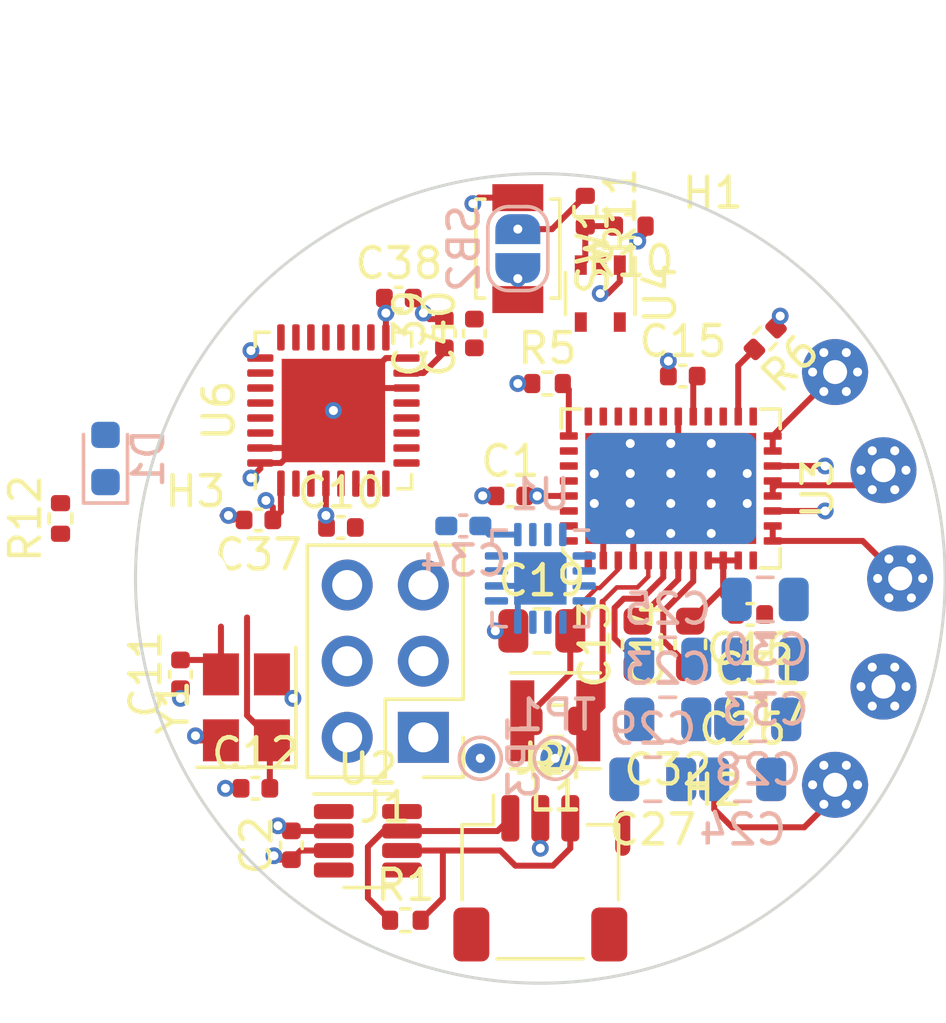
<source format=kicad_pcb>
(kicad_pcb (version 20221018) (generator pcbnew)
  (title_block (title "moco-OI401") (rev "1.0") (comment 1 "BLDC motor controller/driver") (comment 2 "MIT license (Open source hardware)") (comment 3 "https://github.com/ziteh/moco"))
  (layers (0 "F.Cu" signal) (31 "B.Cu" signal) (34 "B.Paste" user) (35 "F.Paste" user) (36 "B.SilkS" user "B.Silkscreen") (37 "F.SilkS" user "F.Silkscreen") (38 "B.Mask" user) (39 "F.Mask" user) (44 "Edge.Cuts" user))
  (net 0 "")
  (net 1 "Vdrive")
  (net 2 "GND")
  (net 3 "GNDPWR")
  (net 4 "Net-(D1-K)")
  (net 5 "+3.3V")
  (net 6 "/Driver/SOA")
  (net 7 "/Driver/SOB")
  (net 8 "/Driver/SOC")
  (net 9 "/~{RESET}")
  (net 10 "/MCU/OSC_IN")
  (net 11 "/MCU/OSC_OUT")
  (net 12 "/Driver/OUTA")
  (net 13 "/Driver/OUTB")
  (net 14 "/Driver/OUTC")
  (net 15 "/UART2_TX")
  (net 16 "/UART2_RX")
  (net 18 "/SWCLK")
  (net 20 "/SWDIO")
  (net 24 "Net-(U4-K)")
  (net 26 "/Driver/~{FAULT}")
  (net 27 "/ Rotary Sensor/MISO")
  (net 28 "/Driver/~{SLEEP}")
  (net 31 "/Driver/DRVOFF")
  (net 32 "/Driver/INHA")
  (net 33 "/Driver/INLA")
  (net 34 "/Driver/INHB")
  (net 35 "/Driver/INLB")
  (net 36 "/Driver/INHC")
  (net 37 "/Driver/INLC")
  (net 38 "/ Rotary Sensor/MOSI")
  (net 39 "/ Rotary Sensor/SCLK")
  (net 40 "/Driver/~{CS}")
  (net 41 "/ Rotary Sensor/~{CS}")
  (net 42 "/CAN_RX")
  (net 43 "/CAN_TX")
  (net 45 "Net-(U3-CPH)")
  (net 46 "Net-(U3-CP)")
  (net 47 "/MCU/USER_LED")
  (net 48 "VDDA")
  (net 49 "/CANH")
  (net 50 "/CANL")
  (net 57 "Net-(U3-CPL)")
  (net 58 "Net-(U3-SW_BK)")
  (footprint "Resistor_SMD:R_0603_1608Metric" (layer "F.Cu") (at 110.5 64.75 180)
    (fp_text reference "R4")
    (fp_text value "22R")
  )
  (footprint "moco:wire_0.8mm" (layer "F.Cu") (at 119.829825 53.117083)
    (fp_text reference "J7" hide)
    (fp_text value "C" hide)
  )
  (footprint "Capacitor_SMD:C_0402_1005Metric" (layer "F.Cu") (at 114.75 53.25)
    (fp_text reference "C15")
    (fp_text value "1uF/6.3V")
  )
  (footprint "Package_TO_SOT_SMD:SOT-23-8" (layer "F.Cu") (at 104.25 68.75)
    (fp_text reference "U2")
    (fp_text value "TCAN332")
  )
  (footprint "MountingHole:MountingHole_2.2mm_M2_ISO14580" (layer "F.Cu") (at 98.5 60)
    (fp_text reference "H3")
    (fp_text value "MountingHole")
  )
  (footprint "moco:wire_0.8mm" (layer "F.Cu") (at 121.444603 56.39153)
    (fp_text reference "J6" hide)
    (fp_text value "B" hide)
  )
  (footprint "Resistor_SMD:R_0402_1005Metric" (layer "F.Cu") (at 105.5 71.4)
    (fp_text reference "R1")
    (fp_text value "120R")
  )
  (footprint "Capacitor_SMD:C_0805_2012Metric" (layer "F.Cu") (at 114.25 64.7 180)
    (fp_text reference "C32")
    (fp_text value "10uF/50V")
  )
  (footprint "MountingHole:MountingHole_2.2mm_M2_ISO14580" (layer "F.Cu") (at 115.75 50.040708)
    (fp_text reference "H1")
    (fp_text value "MountingHole")
  )
  (footprint "Capacitor_SMD:C_0805_2012Metric" (layer "F.Cu") (at 110.05 61.75)
    (fp_text reference "C19")
    (fp_text value "22uF/16V")
  )
  (footprint "Resistor_SMD:R_0402_1005Metric" (layer "F.Cu") (at 113 48.25 180)
    (fp_text reference "R10")
    (fp_text value "33k/30mW")
  )
  (footprint "moco:wire_0.8mm" (layer "F.Cu") (at 122 60)
    (fp_text reference "J5" hide)
    (fp_text value "A" hide)
  )
  (footprint "MountingHole:MountingHole_2.2mm_M2_ISO14580" (layer "F.Cu") (at 115.75 69.959292)
    (fp_text reference "H2")
    (fp_text value "MountingHole")
  )
  (footprint "Inductor_SMD:L_Taiyo-Yuden_MD-3030" (layer "F.Cu") (at 110.5 64.75 180)
    (fp_text reference "L1")
    (fp_text value "47uH")
  )
  (footprint "Connector_JST:JST_SH_SM03B-SRSS-TB_1x03-1MP_P1.00mm_Horizontal" (layer "F.Cu") (at 110 70)
    (fp_text reference "J2")
    (fp_text value "Conn_01x03")
  )
  (footprint "Capacitor_SMD:C_0402_1005Metric" (layer "F.Cu") (at 109 57.25)
    (fp_text reference "C1")
    (fp_text value "100nF/6.3V")
  )
  (footprint "Resistor_SMD:R_0402_1005Metric" (layer "F.Cu") (at 117.5 52 -135)
    (fp_text reference "R6")
    (fp_text value "10k")
  )
  (footprint "Capacitor_SMD:C_0402_1005Metric" (layer "F.Cu") (at 100.5 67)
    (fp_text reference "C12")
    (fp_text value "12pF")
  )
  (footprint "Capacitor_SMD:C_0402_1005Metric" (layer "F.Cu") (at 105.28 50.65)
    (fp_text reference "C38")
    (fp_text value "100nF")
  )
  (footprint "Capacitor_SMD:C_0805_2012Metric" (layer "F.Cu") (at 117.5 62.7 180)
    (fp_text reference "C17")
    (fp_text value "10uF/50V")
  )
  (footprint "Capacitor_SMD:C_0805_2012Metric" (layer "F.Cu") (at 113.75 66.7 180)
    (fp_text reference "C27")
    (fp_text value "10uF/50V")
  )
  (footprint "Capacitor_SMD:C_0402_1005Metric" (layer "F.Cu") (at 100.6 58.05 180)
    (fp_text reference "C37")
    (fp_text value "100nF")
  )
  (footprint "moco:VQFN-40_RGF_5x7mm_0.5mm_pitch_thermalpad" (layer "F.Cu") (at 114.35 57 90)
    (fp_text reference "U3")
    (fp_text value "DRV8316CR")
  )
  (footprint "Capacitor_SMD:C_0603_1608Metric" (layer "F.Cu") (at 115 62.2 90)
    (fp_text reference "C14")
    (fp_text value "1uF/16V")
  )
  (footprint "Resistor_SMD:R_0402_1005Metric" (layer "F.Cu") (at 110.24 53.5)
    (fp_text reference "R5")
    (fp_text value "10k")
  )
  (footprint "Crystal:Crystal_SMD_3225-4Pin_3.2x2.5mm" (layer "F.Cu") (at 100.2 64.3 90)
    (fp_text reference "Y1")
    (fp_text value "16MHz")
  )
  (footprint "NetTie:NetTie-2_SMD_Pad0.5mm" (layer "F.Cu") (at 112.75 68.5 -90)
    (fp_text reference "NT1" hide)
    (fp_text value "NetTie_2" hide)
  )
  (footprint "Capacitor_SMD:C_0402_1005Metric" (layer "F.Cu") (at 117 61.2 180)
    (fp_text reference "C16")
    (fp_text value "100nF/50V")
  )
  (footprint "Capacitor_SMD:C_0402_1005Metric" (layer "F.Cu") (at 101.7 68.9 90)
    (fp_text reference "C2")
    (fp_text value "1uF")
  )
  (footprint "Capacitor_SMD:C_0402_1005Metric" (layer "F.Cu") (at 98 63.2 90)
    (fp_text reference "C11")
    (fp_text value "12pF")
  )
  (footprint "Capacitor_SMD:C_0402_1005Metric" (layer "F.Cu") (at 106.8 51.83 90)
    (fp_text reference "C39")
    (fp_text value "10nF")
  )
  (footprint "moco:wire_0.8mm" (layer "F.Cu") (at 121.444603 63.60847)
    (fp_text reference "J4" hide)
    (fp_text value "V-" hide)
  )
  (footprint "Package_DFN_QFN:QFN-32-1EP_5x5mm_P0.5mm_EP3.45x3.45mm" (layer "F.Cu") (at 103.1 54.4 90)
    (fp_text reference "U6")
    (fp_text value "STM32G431KBUx")
  )
  (footprint "Capacitor_SMD:C_0805_2012Metric" (layer "F.Cu") (at 117.25 64.7)
    (fp_text reference "C31")
    (fp_text value "10uF/50V")
  )
  (footprint "Capacitor_SMD:C_0402_1005Metric" (layer "F.Cu") (at 107.8 51.83 90)
    (fp_text reference "C40")
    (fp_text value "1uF")
  )
  (footprint "Connector_PinHeader_2.54mm:PinHeader_2x03_P2.54mm_Vertical" (layer "F.Cu") (at 106.1 65.3 180)
    (fp_text reference "J1")
    (fp_text value "Debug")
  )
  (footprint "moco:wire_0.8mm" (layer "F.Cu") (at 119.829825 66.882917)
    (fp_text reference "J3" hide)
    (fp_text value "V+" hide)
  )
  (footprint "Capacitor_SMD:C_0805_2012Metric" (layer "F.Cu") (at 116.75 66.7)
    (fp_text reference "C26")
    (fp_text value "10uF/50V")
  )
  (footprint "Capacitor_SMD:C_0603_1608Metric" (layer "F.Cu") (at 113.25 62.2 90)
    (fp_text reference "C13")
    (fp_text value "47nF/50V")
  )
  (footprint "Resistor_SMD:R_0402_1005Metric" (layer "F.Cu") (at 111.5 47.75 -90)
    (fp_text reference "R11")
    (fp_text value "33k/30mW")
  )
  (footprint "Package_TO_SOT_SMD:SOT-353_SC-70-5" (layer "F.Cu") (at 112 50.5 -90)
    (fp_text reference "U4")
    (fp_text value "LM4040A50")
  )
  (footprint "Capacitor_SMD:C_0402_1005Metric" (layer "F.Cu") (at 103.35 58.3)
    (fp_text reference "C10")
    (fp_text value "100nF")
  )
  (footprint "Button_Switch_SMD:SW_SPST_B3U-1000P" (layer "F.Cu") (at 109.25 49 -90)
    (fp_text reference "SW1")
    (fp_text value "RESET")
  )
  (footprint "Resistor_SMD:R_0402_1005Metric" (layer "F.Cu") (at 94 58 90)
    (fp_text reference "R12")
    (fp_text value "1k")
  )
  (footprint "Capacitor_SMD:C_0805_2012Metric" (layer "B.Cu") (at 117.25 64.7)
    (fp_text reference "C28")
    (fp_text value "10uF/50V")
  )
  (footprint "Capacitor_SMD:C_0805_2012Metric" (layer "B.Cu") (at 117.5 62.7)
    (fp_text reference "C33")
    (fp_text value "10uF/50V")
  )
  (footprint "TestPoint:TestPoint_Pad_D1.0mm" (layer "B.Cu") (at 110.5 66 180)
    (fp_text reference "TP1")
    (fp_text value "3.3V")
  )
  (footprint "Capacitor_SMD:C_0805_2012Metric" (layer "B.Cu") (at 116.75 66.7)
    (fp_text reference "C24")
    (fp_text value "10uF/50V")
  )
  (footprint "TestPoint:TestPoint_Pad_D1.0mm" (layer "B.Cu") (at 108 66 90)
    (fp_text reference "TP3")
    (fp_text value "GND")
  )
  (footprint "Capacitor_SMD:C_0805_2012Metric" (layer "B.Cu") (at 117.5 60.7)
    (fp_text reference "C30")
    (fp_text value "10uF/50V")
  )
  (footprint "Jumper:SolderJumper-2_P1.3mm_Open_RoundedPad1.0x1.5mm" (layer "B.Cu") (at 109.25 49 -90)
    (fp_text reference "SB2")
    (fp_text value "SolderJumper_2_Open")
  )
  (footprint "Capacitor_SMD:C_0402_1005Metric_Pad0.74x0.62mm_HandSolder" (layer "B.Cu") (at 107.4325 58.25)
    (fp_text reference "C34")
    (fp_text value "1uF")
  )
  (footprint "Capacitor_SMD:C_0805_2012Metric" (layer "B.Cu") (at 114.25 64.7 180)
    (fp_text reference "C23")
    (fp_text value "10uF/50V")
  )
  (footprint "Package_DFN_QFN:QFN-16-1EP_3x3mm_P0.5mm_EP1.75x1.75mm" (layer "B.Cu") (at 110 60 180)
    (fp_text reference "U1")
    (fp_text value "MA730")
  )
  (footprint "Capacitor_SMD:C_0805_2012Metric" (layer "B.Cu") (at 114.25 62.7 180)
    (fp_text reference "C25")
    (fp_text value "10uF/50V")
  )
  (footprint "Capacitor_SMD:C_0805_2012Metric" (layer "B.Cu") (at 113.75 66.7 180)
    (fp_text reference "C29")
    (fp_text value "10uF/50V")
  )
  (footprint "LED_SMD:LED_0603_1608Metric" (layer "B.Cu") (at 95.5 56 90)
    (fp_text reference "D1")
    (fp_text value "LED")
  )
  (gr_circle locked (center 110 60) (end 123.5 60) (stroke (width 0.1)) (fill none) (layer "Edge.Cuts"))
  (segment (start 116.1 60.125) (end 116.1 59.4) (width 0.2) (layer "F.Cu") (net 1))
  (segment (start 115.8 67.7) (end 115.8 66.7) (width 0.2) (layer "F.Cu") (net 1))
  (segment (start 115 61.425) (end 116.1 60.325) (width 0.2) (layer "F.Cu") (net 1))
  (segment (start 113.51 48.49) (end 113.25 48.75) (width 0.2) (layer "F.Cu") (net 1))
  (segment (start 119.829825 66.882917) (end 119.829825 67.270175) (width 0.2) (layer "F.Cu") (net 1))
  (segment (start 116.1 60.58) (end 116.1 59.4) (width 0.2) (layer "F.Cu") (net 1))
  (segment (start 119.829825 67.270175) (end 118.8 68.3) (width 0.2) (layer "F.Cu") (net 1))
  (segment (start 116.52 61) (end 116.1 60.58) (width 0.2) (layer "F.Cu") (net 1))
  (segment (start 116.4 68.3) (end 115.8 67.7) (width 0.2) (layer "F.Cu") (net 1))
  (segment (start 116.6 59.4) (end 115.6 59.4) (width 0.2) (layer "F.Cu") (net 1))
  (segment (start 118.8 68.3) (end 116.4 68.3) (width 0.2) (layer "F.Cu") (net 1))
  (segment (start 113.51 48.25) (end 113.51 48.49) (width 0.2) (layer "F.Cu") (net 1))
  (via (at 113.25 48.75) (size 0.56) (drill 0.3) (layers "F.Cu" "B.Cu") (net 1))
  (segment (start 103.1125 68.425) (end 101.705 68.425) (width 0.2) (layer "F.Cu") (net 2))
  (segment (start 99.75 58.05) (end 99.6 57.9) (width 0.2) (layer "F.Cu") (net 2))
  (segment (start 106.1 51.15) (end 106.3 51.35) (width 0.2) (layer "F.Cu") (net 2))
  (segment (start 112 50.5) (end 112.25 50.5) (width 0.2) (layer "F.Cu") (net 2))
  (segment (start 112.1 59.4) (end 112.1 57.2) (width 0.2) (layer "F.Cu") (net 2))
  (segment (start 110 68) (end 110 69) (width 0.2) (layer "F.Cu") (net 2))
  (segment (start 100.6625 56.15) (end 100.6625 56.3375) (width 0.2) (layer "F.Cu") (net 2))
  (segment (start 112.65 50.1) (end 112.65 49.55) (width 0.2) (layer "F.Cu") (net 2))
  (segment (start 106.1 51.15) (end 106.1 50.99) (width 0.2) (layer "F.Cu") (net 2))
  (segment (start 108.077879 57.245886) (end 108.081993 57.25) (width 0.2) (layer "F.Cu") (net 2))
  (segment (start 101.705 68.425) (end 101.7 68.42) (width 0.2) (layer "F.Cu") (net 2))
  (segment (start 106.3 51.35) (end 106.8 51.35) (width 0.2) (layer "F.Cu") (net 2))
  (segment (start 101.05 63.3) (end 101.75 64) (width 0.2) (layer "F.Cu") (net 2))
  (segment (start 101.35 56.15) (end 103.1 54.4) (width 0.2) (layer "F.Cu") (net 2))
  (segment (start 101.85 55.65) (end 103.1 54.4) (width 0.2) (layer "F.Cu") (net 2))
  (segment (start 100.6625 56.3375) (end 100.35 56.65) (width 0.2) (layer "F.Cu") (net 2))
  (segment (start 114.6 54.6) (end 114.6 55.25) (width 0.2) (layer "F.Cu") (net 2))
  (segment (start 114.27 52.75) (end 114.27 53.25) (width 0.2) (layer "F.Cu") (net 2))
  (segment (start 108.081993 57.25) (end 108.64 57.25) (width 0.2) (layer "F.Cu") (net 2))
  (segment (start 101.25 68.25) (end 101.42 68.42) (width 0.2) (layer "F.Cu") (net 2))
  (segment (start 98.65 65.4) (end 98.5 65.25) (width 0.2) (layer "F.Cu") (net 2))
  (segment (start 114.6 55.25) (end 114.35 55.5) (width 0.2) (layer "F.Cu") (net 2))
  (segment (start 100.02 67) (end 99.5 67) (width 0.2) (layer "F.Cu") (net 2))
  (segment (start 107.95 47.3) (end 107.75 47.5) (width 0.2) (layer "F.Cu") (net 2))
  (segment (start 106.1 50.99) (end 105.76 50.65) (width 0.2) (layer "F.Cu") (net 2))
  (segment (start 99.77 57.9) (end 99.4 57.9) (width 0.2) (layer "F.Cu") (net 2))
  (segment (start 101.42 68.42) (end 101.7 68.42) (width 0.2) (layer "F.Cu") (net 2))
  (segment (start 103.85 53.65) (end 103.1 54.4) (width 0.2) (layer "F.Cu") (net 2))
  (segment (start 100.6625 55.65) (end 101.85 55.65) (width 0.2) (layer "F.Cu") (net 2))
  (segment (start 109.25 47.3) (end 107.95 47.3) (width 0.2) (layer "F.Cu") (net 2))
  (segment (start 112.25 50.5) (end 112.65 50.1) (width 0.2) (layer "F.Cu") (net 2))
  (segment (start 105.5375 53.65) (end 103.85 53.65) (width 0.2) (layer "F.Cu") (net 2))
  (segment (start 98 63.68) (end 98 64) (width 0.2) (layer "F.Cu") (net 2))
  (segment (start 104.85 52.65) (end 103.1 54.4) (width 0.2) (layer "F.Cu") (net 2))
  (segment (start 108.5 61.75) (end 108.8 61.75) (width 0.2) (layer "F.Cu") (net 2))
  (segment (start 100.6625 56.15) (end 101.35 56.15) (width 0.2) (layer "F.Cu") (net 2))
  (segment (start 113.1 59.4) (end 113.1 58.6) (width 0.2) (layer "F.Cu") (net 2))
  (segment (start 99.35 65.4) (end 98.65 65.4) (width 0.2) (layer "F.Cu") (net 2))
  (segment (start 101.05 63.2) (end 101.05 63.3) (width 0.2) (layer "F.Cu") (net 2))
  (segment (start 113.1 58.6) (end 113 58.5) (width 0.2) (layer "F.Cu") (net 2))
  (segment (start 105.5375 52.65) (end 104.85 52.65) (width 0.2) (layer "F.Cu") (net 2))
  (via (at 103.1 54.4) (size 0.56) (drill 0.3) (layers "F.Cu" "B.Cu") (net 2))
  (via (at 110 69) (size 0.56) (drill 0.3) (layers "F.Cu" "B.Cu") (net 2))
  (via (at 98.5 65.25) (size 0.56) (drill 0.3) (layers "F.Cu" "B.Cu") (net 2))
  (via (at 112 50.5) (size 0.56) (drill 0.3) (layers "F.Cu" "B.Cu") (net 2))
  (via (at 100.35 56.65) (size 0.56) (drill 0.3) (layers "F.Cu" "B.Cu") (net 2))
  (via (at 108.077879 57.245886) (size 0.56) (drill 0.3) (layers "F.Cu" "B.Cu") (net 2))
  (via (at 98 64) (size 0.56) (drill 0.3) (layers "F.Cu" "B.Cu") (net 2))
  (via (at 101.75 64) (size 0.56) (drill 0.3) (layers "F.Cu" "B.Cu") (net 2))
  (via (at 108 66) (size 0.56) (drill 0.3) (layers "F.Cu" "B.Cu") (net 2))
  (via (at 101.25 68.25) (size 0.56) (drill 0.3) (layers "F.Cu" "B.Cu") (net 2))
  (via (at 108.5 61.75) (size 0.56) (drill 0.3) (layers "F.Cu" "B.Cu") (net 2))
  (via (at 106.1 51.15) (size 0.56) (drill 0.3) (layers "F.Cu" "B.Cu") (net 2))
  (via (at 114.27 52.75) (size 0.56) (drill 0.3) (layers "F.Cu" "B.Cu") (net 2))
  (via (at 99.6 57.9) (size 0.56) (drill 0.3) (layers "F.Cu" "B.Cu") (net 2))
  (via (at 107.75 47.5) (size 0.56) (drill 0.3) (layers "F.Cu" "B.Cu") (net 2))
  (via (at 99.5 67) (size 0.56) (drill 0.3) (layers "F.Cu" "B.Cu") (net 2))
  (segment (start 108.5375 60.25) (end 109.75 60.25) (width 0.2) (layer "B.Cu") (net 2))
  (segment (start 109.25 60.75) (end 110 60) (width 0.2) (layer "B.Cu") (net 2))
  (segment (start 109.25 61.4625) (end 109.25 60.75) (width 0.2) (layer "B.Cu") (net 2))
  (segment (start 109.75 60.25) (end 110 60) (width 0.2) (layer "B.Cu") (net 2))
  (segment (start 118.25 57.75) (end 119.5 57.75) (width 0.2) (layer "F.Cu") (net 3))
  (segment (start 118.25 56.25) (end 119.5 56.25) (width 0.2) (layer "F.Cu") (net 3))
  (segment (start 117.75 57.75) (end 118.25 57.75) (width 0.2) (layer "F.Cu") (net 3))
  (segment (start 117.75 56.25) (end 118.25 56.25) (width 0.2) (layer "F.Cu") (net 3))
  (via (at 119.5 56.25) (size 0.56) (drill 0.3) (layers "F.Cu" "B.Cu") (net 3))
  (via (at 119.5 57.75) (size 0.56) (drill 0.3) (layers "F.Cu" "B.Cu") (net 3))
  (segment (start 101.08 58.05) (end 101.08 57.63) (width 0.2) (layer "F.Cu") (net 5))
  (segment (start 104.85 51.9625) (end 104.85 50.7) (width 0.2) (layer "F.Cu") (net 5))
  (segment (start 111 61.75) (end 111 61.2) (width 0.15) (layer "F.Cu") (net 5))
  (segment (start 104.85 51.15) (end 104.8 51.1) (width 0.2) (layer "F.Cu") (net 5))
  (segment (start 111.879074 60.320926) (end 111.979074 60.320926) (width 0.15) (layer "F.Cu") (net 5))
  (segment (start 101.246068 69.38) (end 101.7 69.38) (width 0.2) (layer "F.Cu") (net 5))
  (segment (start 103.1125 69.075) (end 102.005 69.075) (width 0.2) (layer "F.Cu") (net 5))
  (segment (start 111 63.175) (end 109.425 64.75) (width 0.2) (layer "F.Cu") (net 5))
  (segment (start 101.08 57.63) (end 100.85 57.4) (width 0.2) (layer "F.Cu") (net 5))
  (segment (start 111.979074 60.320926) (end 112.6 59.7) (width 0.15) (layer "F.Cu") (net 5))
  (segment (start 101.35 56.8375) (end 101.35 57.78) (width 0.2) (layer "F.Cu") (net 5))
  (segment (start 111 61.2) (end 111.879074 60.320926) (width 0.15) (layer "F.Cu") (net 5))
  (segment (start 101.116068 69.25) (end 101.246068 69.38) (width 0.2) (layer "F.Cu") (net 5))
  (segment (start 111 61.75) (end 111 63.175) (width 0.2) (layer "F.Cu") (net 5))
  (segment (start 112.6 59.7) (end 112.6 59.4) (width 0.15) (layer "F.Cu") (net 5))
  (segment (start 102.005 69.075) (end 101.7 69.38) (width 0.2) (layer "F.Cu") (net 5))
  (segment (start 104.8 51.1) (end 104.8 50.65) (width 0.2) (layer "F.Cu") (net 5))
  (segment (start 104.85 50.7) (end 104.8 50.65) (width 0.2) (layer "F.Cu") (net 5))
  (segment (start 101.35 57.78) (end 101.08 58.05) (width 0.2) (layer "F.Cu") (net 5))
  (via (at 101.116068 69.25) (size 0.56) (drill 0.3) (layers "F.Cu" "B.Cu") (net 5))
  (via (at 110.5 66) (size 0.56) (drill 0.3) (layers "F.Cu" "B.Cu") (net 5))
  (via (at 100.85 57.4) (size 0.56) (drill 0.3) (layers "F.Cu" "B.Cu") (net 5))
  (via (at 104.85 51.15) (size 0.56) (drill 0.3) (layers "F.Cu" "B.Cu") (net 5))
  (segment (start 108.2875 58.5375) (end 108 58.25) (width 0.2) (layer "B.Cu") (net 5))
  (segment (start 109.25 58.5375) (end 108.2875 58.5375) (width 0.2) (layer "B.Cu") (net 5))
  (segment (start 109.25 50) (end 109.25 50.7) (width 0.2) (layer "F.Cu") (net 9))
  (segment (start 102.85 58.1) (end 102.85 57.9) (width 0.2) (layer "F.Cu") (net 9))
  (segment (start 102.85 56.8375) (end 102.85 58.28) (width 0.2) (layer "F.Cu") (net 9))
  (via (at 102.85 57.9) (size 0.56) (drill 0.3) (layers "F.Cu" "B.Cu") (net 9))
  (via (at 109.25 50) (size 0.56) (drill 0.3) (layers "F.Cu" "B.Cu") (net 9))
  (segment (start 109.25 49.65) (end 109.25 50) (width 0.2) (layer "B.Cu") (net 9))
  (segment (start 98.87 62.72) (end 99.35 63.2) (width 0.2) (layer "F.Cu") (net 10))
  (segment (start 98 62.72) (end 98.87 62.72) (width 0.2) (layer "F.Cu") (net 10))
  (segment (start 99.35 63.2) (end 99.35 61.606873) (width 0.2) (layer "F.Cu") (net 10))
  (segment (start 100.98 67) (end 100.98 65.47) (width 0.2) (layer "F.Cu") (net 11))
  (segment (start 101.05 65.4) (end 100.22 64.57) (width 0.2) (layer "F.Cu") (net 11))
  (segment (start 100.98 65.47) (end 101.05 65.4) (width 0.2) (layer "F.Cu") (net 11))
  (segment (start 100.22 64.57) (end 100.22 61.302559) (width 0.2) (layer "F.Cu") (net 11))
  (segment (start 117.75 58.25) (end 117.75 58.75) (width 0.2) (layer "F.Cu") (net 12))
  (segment (start 120.75 58.75) (end 122 60) (width 0.2) (layer "F.Cu") (net 12))
  (segment (start 117.75 58.75) (end 120.75 58.75) (width 0.2) (layer "F.Cu") (net 12))
  (segment (start 117.75 57) (end 117.75 57.25) (width 0.2) (layer "F.Cu") (net 13))
  (segment (start 121.444603 56.39153) (end 120.941962 56.894171) (width 0.2) (layer "F.Cu") (net 13))
  (segment (start 117.855829 56.894171) (end 117.75 57) (width 0.2) (layer "F.Cu") (net 13))
  (segment (start 117.75 56.75) (end 117.75 57) (width 0.2) (layer "F.Cu") (net 13))
  (segment (start 120.941962 56.894171) (end 117.855829 56.894171) (width 0.2) (layer "F.Cu") (net 13))
  (segment (start 117.75 55.75) (end 117.75 55.25) (width 0.2) (layer "F.Cu") (net 14))
  (segment (start 117.75 55.25) (end 119.829825 53.170175) (width 0.2) (layer "F.Cu") (net 14))
  (segment (start 119.829825 53.170175) (end 119.829825 53.117083) (width 0.2) (layer "F.Cu") (net 14))
  (segment (start 111.5 49.4) (end 111.35 49.55) (width 0.2) (layer "F.Cu") (net 24))
  (segment (start 112.49 48.25) (end 111.51 48.25) (width 0.2) (layer "F.Cu") (net 24))
  (segment (start 111.51 48.25) (end 111.5 48.26) (width 0.2) (layer "F.Cu") (net 24))
  (segment (start 111.5 48.26) (end 111.5 49.4) (width 0.2) (layer "F.Cu") (net 24))
  (segment (start 116.6 52.9) (end 117.139376 52.360624) (width 0.2) (layer "F.Cu") (net 26))
  (segment (start 100.6 52.65) (end 100.6625 52.65) (width 0.2) (layer "F.Cu") (net 26))
  (segment (start 100.35 52.4) (end 100.6 52.65) (width 0.2) (layer "F.Cu") (net 26))
  (segment (start 116.6 54.6) (end 116.6 52.9) (width 0.2) (layer "F.Cu") (net 26))
  (via (at 100.35 52.4) (size 0.56) (drill 0.3) (layers "F.Cu" "B.Cu") (net 26))
  (segment (start 110.75 53.5) (end 110.95 53.7) (width 0.2) (layer "F.Cu") (net 27))
  (segment (start 110.95 53.7) (end 110.95 55.25) (width 0.2) (layer "F.Cu") (net 27))
  (segment (start 109.25 48.35) (end 110.39 48.35) (width 0.2) (layer "F.Cu") (net 28))
  (segment (start 110.39 48.35) (end 111.5 47.24) (width 0.2) (layer "F.Cu") (net 28))
  (via (at 109.25 48.35) (size 0.56) (drill 0.3) (layers "F.Cu" "B.Cu") (net 28))
  (segment (start 114.6 59.4) (end 114.6 60.034314) (width 0.2) (layer "F.Cu") (net 45))
  (segment (start 114.6 60.034314) (end 113.7 60.934314) (width 0.2) (layer "F.Cu") (net 45))
  (segment (start 113.7 60.941852) (end 113.25 61.391852) (width 0.2) (layer "F.Cu") (net 45))
  (segment (start 113.25 61.191852) (end 113.25 61.225) (width 0.2) (layer "F.Cu") (net 45))
  (segment (start 113.7 60.934314) (end 113.7 60.941852) (width 0.2) (layer "F.Cu") (net 45))
  (segment (start 114.1 62.075) (end 115 62.975) (width 0.2) (layer "F.Cu") (net 46))
  (segment (start 115.1 60.1) (end 114.1 61.1) (width 0.2) (layer "F.Cu") (net 46))
  (segment (start 115.1 59.4) (end 115.1 60.1) (width 0.2) (layer "F.Cu") (net 46))
  (segment (start 114.1 61.1) (end 114.1 62.075) (width 0.2) (layer "F.Cu") (net 46))
  (segment (start 117.860624 51.389376) (end 118 51.25) (width 0.2) (layer "F.Cu") (net 48))
  (segment (start 106.1 53.15) (end 106.8 52.45) (width 0.2) (layer "F.Cu") (net 48))
  (segment (start 115.1 54.6) (end 115.1 53.38) (width 0.2) (layer "F.Cu") (net 48))
  (segment (start 115.1 53.38) (end 115.23 53.25) (width 0.2) (layer "F.Cu") (net 48))
  (segment (start 117.860624 51.639376) (end 117.860624 51.389376) (width 0.2) (layer "F.Cu") (net 48))
  (segment (start 110.95 57.25) (end 109.895697 57.25) (width 0.2) (layer "F.Cu") (net 48))
  (segment (start 109.6 57.25) (end 109.895697 57.25) (width 0.2) (layer "F.Cu") (net 48))
  (segment (start 105.5375 53.15) (end 106.1 53.15) (width 0.2) (layer "F.Cu") (net 48))
  (segment (start 109.25 53.5) (end 109.73 53.5) (width 0.2) (layer "F.Cu") (net 48))
  (via (at 109.895697 57.25) (size 0.56) (drill 0.3) (layers "F.Cu" "B.Cu") (net 48))
  (via (at 118 51.25) (size 0.56) (drill 0.3) (layers "F.Cu" "B.Cu") (net 48))
  (via (at 109.25 53.5) (size 0.56) (drill 0.3) (layers "F.Cu" "B.Cu") (net 48))
  (segment (start 104.773959 68.425) (end 104.25 68.948959) (width 0.2) (layer "F.Cu") (net 49))
  (segment (start 104.25 70.66) (end 104.99 71.4) (width 0.2) (layer "F.Cu") (net 49))
  (segment (start 105.3875 68.425) (end 104.773959 68.425) (width 0.2) (layer "F.Cu") (net 49))
  (segment (start 104.25 68.948959) (end 104.25 70.66) (width 0.2) (layer "F.Cu") (net 49))
  (segment (start 108.575 68.425) (end 109 68) (width 0.2) (layer "F.Cu") (net 49))
  (segment (start 105.3875 68.425) (end 108.575 68.425) (width 0.2) (layer "F.Cu") (net 49))
  (segment (start 106.75 69.075) (end 108.663604 69.075) (width 0.2) (layer "F.Cu") (net 50))
  (segment (start 106.01 71.4) (end 106.75 70.66) (width 0.2) (layer "F.Cu") (net 50))
  (segment (start 110.42 69.58) (end 111 69) (width 0.2) (layer "F.Cu") (net 50))
  (segment (start 105.3875 69.075) (end 106.75 69.075) (width 0.2) (layer "F.Cu") (net 50))
  (segment (start 109.168604 69.58) (end 110.42 69.58) (width 0.2) (layer "F.Cu") (net 50))
  (segment (start 106.75 70.66) (end 106.75 69.075) (width 0.2) (layer "F.Cu") (net 50))
  (segment (start 108.663604 69.075) (end 109.168604 69.58) (width 0.2) (layer "F.Cu") (net 50))
  (segment (start 111 69) (end 111 68) (width 0.2) (layer "F.Cu") (net 50))
  (segment (start 114.1 59.968628) (end 113.393628 60.675) (width 0.2) (layer "F.Cu") (net 57))
  (segment (start 112.782538 60.675) (end 112.475931 60.981607) (width 0.2) (layer "F.Cu") (net 57))
  (segment (start 113.393628 60.675) (end 112.782538 60.675) (width 0.2) (layer "F.Cu") (net 57))
  (segment (start 112.475931 62.000931) (end 113.25 62.775) (width 0.2) (layer "F.Cu") (net 57))
  (segment (start 114.1 59.4) (end 114.1 59.968628) (width 0.2) (layer "F.Cu") (net 57))
  (segment (start 112.475931 60.981607) (end 112.475931 62.000931) (width 0.2) (layer "F.Cu") (net 57))
  (segment (start 112.075931 60.775931) (end 112.075931 64.274069) (width 0.2) (layer "F.Cu") (net 58))
  (segment (start 112.075931 60.775931) (end 112.551862 60.3) (width 0.15) (layer "F.Cu") (net 58))
  (segment (start 113.238298 60.3) (end 113.6 59.938298) (width 0.15) (layer "F.Cu") (net 58))
  (segment (start 112.551862 60.3) (end 113.238298 60.3) (width 0.15) (layer "F.Cu") (net 58))
  (segment (start 112.075931 64.274069) (end 111.6 64.75) (width 0.2) (layer "F.Cu") (net 58))
  (segment (start 113.6 59.938298) (end 113.6 59.4) (width 0.15) (layer "F.Cu") (net 58))
)
</source>
